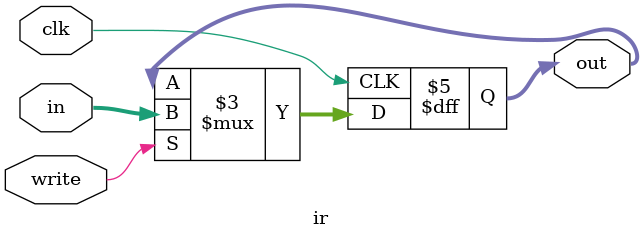
<source format=v>
`timescale 1ns / 1ps
module ir(clk, write, in, out);
	input clk, write;
	input [31:0] in;
	(* KEEP="TRUE" *)output reg [31:0] out;
	
	always @(negedge clk) begin
		if(write) begin
			out = in;
		end
	end

endmodule

</source>
